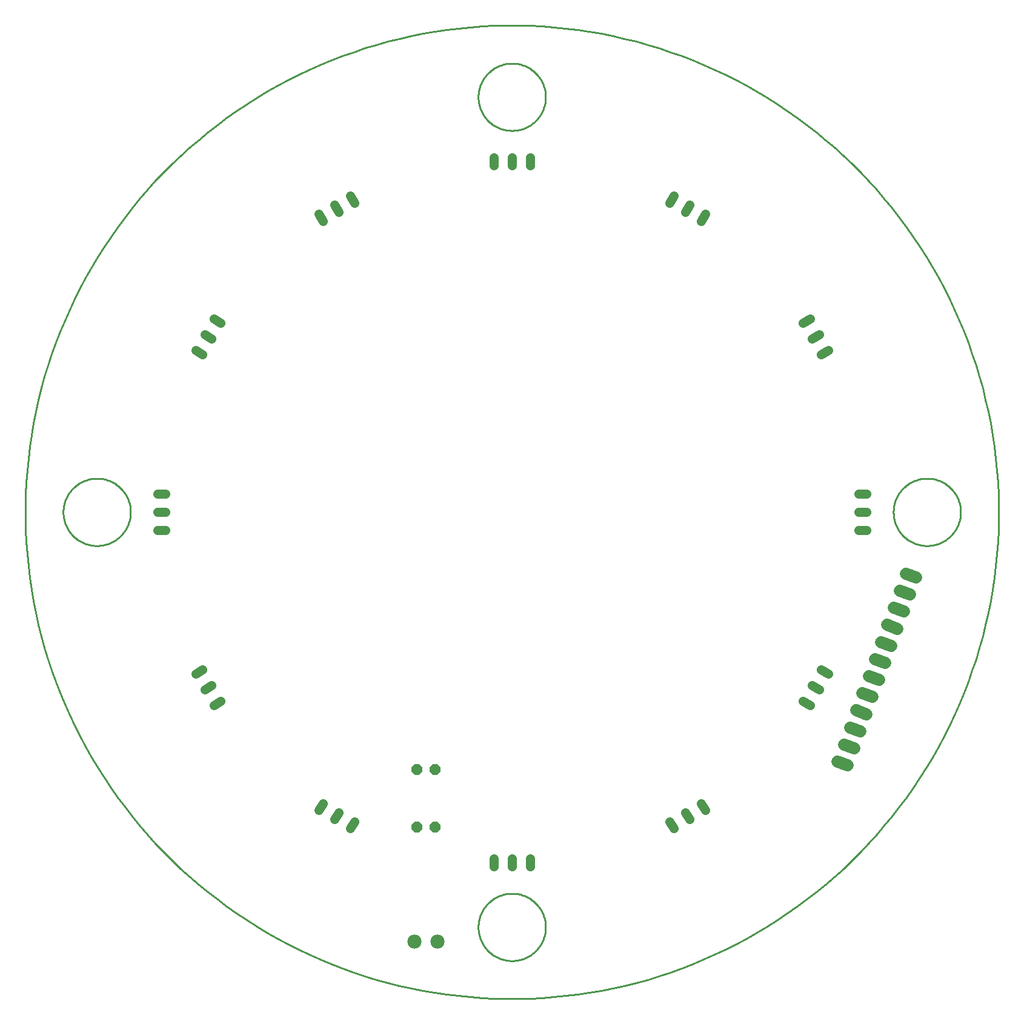
<source format=gbs>
G04 EAGLE Gerber RS-274X export*
G75*
%MOMM*%
%FSLAX34Y34*%
%LPD*%
%INSoldermask Bottom*%
%IPPOS*%
%AMOC8*
5,1,8,0,0,1.08239X$1,22.5*%
G01*
%ADD10P,1.649562X8X22.500000*%
%ADD11C,1.727200*%
%ADD12C,1.311200*%
%ADD13C,1.981200*%
%ADD14C,0.254000*%


D10*
X-132700Y-440000D03*
X-107300Y-440000D03*
X-132700Y-360000D03*
X-107300Y-360000D03*
D11*
X550620Y-86119D02*
X564941Y-91331D01*
X556253Y-115199D02*
X541932Y-109987D01*
X533245Y-133855D02*
X547566Y-139068D01*
X538879Y-162936D02*
X524558Y-157723D01*
X515871Y-181592D02*
X530191Y-186804D01*
X521504Y-210672D02*
X507183Y-205460D01*
X498496Y-229328D02*
X512817Y-234540D01*
X504129Y-258408D02*
X489809Y-253196D01*
X481121Y-277064D02*
X495442Y-282277D01*
X486755Y-306145D02*
X472434Y-300932D01*
X463747Y-324801D02*
X478068Y-330013D01*
X469380Y-353881D02*
X455059Y-348669D01*
D12*
X484460Y25400D02*
X495540Y25400D01*
X495540Y0D02*
X484460Y0D01*
X484460Y-25400D02*
X495540Y-25400D01*
X406854Y264227D02*
X416450Y269767D01*
X429150Y247770D02*
X419554Y242230D01*
X432254Y220233D02*
X441850Y225773D01*
X220233Y432254D02*
X225773Y441850D01*
X247770Y429150D02*
X242230Y419554D01*
X264227Y406854D02*
X269767Y416450D01*
X-25400Y484460D02*
X-25400Y495540D01*
X0Y495540D02*
X0Y484460D01*
X25400Y484460D02*
X25400Y495540D01*
X-264227Y406854D02*
X-269767Y416450D01*
X-247770Y429150D02*
X-242230Y419554D01*
X-220233Y432254D02*
X-225773Y441850D01*
X-432254Y220233D02*
X-441850Y225773D01*
X-429150Y247770D02*
X-419554Y242230D01*
X-406854Y264227D02*
X-416450Y269767D01*
X-484460Y-25400D02*
X-495540Y-25400D01*
X-495540Y0D02*
X-484460Y0D01*
X-484460Y25400D02*
X-495540Y25400D01*
X-406854Y-264227D02*
X-416450Y-269767D01*
X-429150Y-247770D02*
X-419554Y-242230D01*
X-432254Y-220233D02*
X-441850Y-225773D01*
X-220233Y-432254D02*
X-225773Y-441850D01*
X-247770Y-429150D02*
X-242230Y-419554D01*
X-264227Y-406854D02*
X-269767Y-416450D01*
X25400Y-484460D02*
X25400Y-495540D01*
X0Y-495540D02*
X0Y-484460D01*
X-25400Y-484460D02*
X-25400Y-495540D01*
X264227Y-406854D02*
X269767Y-416450D01*
X247770Y-429150D02*
X242230Y-419554D01*
X220233Y-432254D02*
X225773Y-441850D01*
X432254Y-220233D02*
X441850Y-225773D01*
X429150Y-247770D02*
X419554Y-242230D01*
X406854Y-264227D02*
X416450Y-269767D01*
D13*
X-104000Y-600000D03*
X-136000Y-600000D03*
D14*
X680000Y-8345D02*
X680000Y8345D01*
X679590Y25031D01*
X678771Y41701D01*
X677544Y58347D01*
X675908Y74957D01*
X673865Y91522D01*
X671416Y108032D01*
X668562Y124477D01*
X665306Y140846D01*
X661649Y157131D01*
X657594Y173322D01*
X653142Y189408D01*
X648297Y205380D01*
X643061Y221228D01*
X637439Y236943D01*
X631432Y252515D01*
X625044Y267935D01*
X618281Y283193D01*
X611145Y298282D01*
X603640Y313190D01*
X595773Y327910D01*
X587546Y342432D01*
X578965Y356748D01*
X570036Y370849D01*
X560763Y384727D01*
X551152Y398373D01*
X541210Y411779D01*
X530941Y424936D01*
X520353Y437838D01*
X509451Y450477D01*
X498242Y462844D01*
X486734Y474932D01*
X474932Y486734D01*
X462844Y498242D01*
X450477Y509451D01*
X437838Y520353D01*
X424936Y530941D01*
X411779Y541210D01*
X398373Y551152D01*
X384727Y560763D01*
X370849Y570036D01*
X356748Y578965D01*
X342432Y587546D01*
X327910Y595773D01*
X313190Y603640D01*
X298282Y611145D01*
X283193Y618281D01*
X267935Y625044D01*
X252515Y631432D01*
X236943Y637439D01*
X221228Y643061D01*
X205380Y648297D01*
X189408Y653142D01*
X173322Y657594D01*
X157131Y661649D01*
X140846Y665306D01*
X124477Y668562D01*
X108032Y671416D01*
X91522Y673865D01*
X74957Y675908D01*
X58347Y677544D01*
X41701Y678771D01*
X25031Y679590D01*
X8345Y680000D01*
X-8345Y680000D01*
X-25031Y679590D01*
X-41701Y678771D01*
X-58347Y677544D01*
X-74957Y675908D01*
X-91522Y673865D01*
X-108032Y671416D01*
X-124477Y668562D01*
X-140846Y665306D01*
X-157131Y661649D01*
X-173322Y657594D01*
X-189408Y653142D01*
X-205380Y648297D01*
X-221228Y643061D01*
X-236943Y637439D01*
X-252515Y631432D01*
X-267935Y625044D01*
X-283193Y618281D01*
X-298282Y611145D01*
X-313190Y603640D01*
X-327910Y595773D01*
X-342432Y587546D01*
X-356748Y578965D01*
X-370849Y570036D01*
X-384727Y560763D01*
X-398373Y551152D01*
X-411779Y541210D01*
X-424936Y530941D01*
X-437838Y520353D01*
X-450477Y509451D01*
X-462844Y498242D01*
X-474932Y486734D01*
X-486734Y474932D01*
X-498242Y462844D01*
X-509451Y450477D01*
X-520353Y437838D01*
X-530941Y424936D01*
X-541210Y411779D01*
X-551152Y398373D01*
X-560763Y384727D01*
X-570036Y370849D01*
X-578965Y356748D01*
X-587546Y342432D01*
X-595773Y327910D01*
X-603640Y313190D01*
X-611145Y298282D01*
X-618281Y283193D01*
X-625044Y267935D01*
X-631432Y252515D01*
X-637439Y236943D01*
X-643061Y221228D01*
X-648297Y205380D01*
X-653142Y189408D01*
X-657594Y173322D01*
X-661649Y157131D01*
X-665306Y140846D01*
X-668562Y124477D01*
X-671416Y108032D01*
X-673865Y91522D01*
X-675908Y74957D01*
X-677544Y58347D01*
X-678771Y41701D01*
X-679590Y25031D01*
X-680000Y8345D01*
X-680000Y-8345D01*
X-679590Y-25031D01*
X-678771Y-41701D01*
X-677544Y-58347D01*
X-675908Y-74957D01*
X-673865Y-91522D01*
X-671416Y-108032D01*
X-668562Y-124477D01*
X-665306Y-140846D01*
X-661649Y-157131D01*
X-657594Y-173322D01*
X-653142Y-189408D01*
X-648297Y-205380D01*
X-643061Y-221228D01*
X-637439Y-236943D01*
X-631432Y-252515D01*
X-625044Y-267935D01*
X-618281Y-283193D01*
X-611145Y-298282D01*
X-603640Y-313190D01*
X-595773Y-327910D01*
X-587546Y-342432D01*
X-578965Y-356748D01*
X-570036Y-370849D01*
X-560763Y-384727D01*
X-551152Y-398373D01*
X-541210Y-411779D01*
X-530941Y-424936D01*
X-520353Y-437838D01*
X-509451Y-450477D01*
X-498242Y-462844D01*
X-486734Y-474932D01*
X-474932Y-486734D01*
X-462844Y-498242D01*
X-450477Y-509451D01*
X-437838Y-520353D01*
X-424936Y-530941D01*
X-411779Y-541210D01*
X-398373Y-551152D01*
X-384727Y-560763D01*
X-370849Y-570036D01*
X-356748Y-578965D01*
X-342432Y-587546D01*
X-327910Y-595773D01*
X-313190Y-603640D01*
X-298282Y-611145D01*
X-283193Y-618281D01*
X-267935Y-625044D01*
X-252515Y-631432D01*
X-236943Y-637439D01*
X-221228Y-643061D01*
X-205380Y-648297D01*
X-189408Y-653142D01*
X-173322Y-657594D01*
X-157131Y-661649D01*
X-140846Y-665306D01*
X-124477Y-668562D01*
X-108032Y-671416D01*
X-91522Y-673865D01*
X-74957Y-675908D01*
X-58347Y-677544D01*
X-41701Y-678771D01*
X-25031Y-679590D01*
X-8345Y-680000D01*
X8345Y-680000D01*
X25031Y-679590D01*
X41701Y-678771D01*
X58347Y-677544D01*
X74957Y-675908D01*
X91522Y-673865D01*
X108032Y-671416D01*
X124477Y-668562D01*
X140846Y-665306D01*
X157131Y-661649D01*
X173322Y-657594D01*
X189408Y-653142D01*
X205380Y-648297D01*
X221228Y-643061D01*
X236943Y-637439D01*
X252515Y-631432D01*
X267935Y-625044D01*
X283193Y-618281D01*
X298282Y-611145D01*
X313190Y-603640D01*
X327910Y-595773D01*
X342432Y-587546D01*
X356748Y-578965D01*
X370849Y-570036D01*
X384727Y-560763D01*
X398373Y-551152D01*
X411779Y-541210D01*
X424936Y-530941D01*
X437838Y-520353D01*
X450477Y-509451D01*
X462844Y-498242D01*
X474932Y-486734D01*
X486734Y-474932D01*
X498242Y-462844D01*
X509451Y-450477D01*
X520353Y-437838D01*
X530941Y-424936D01*
X541210Y-411779D01*
X551152Y-398373D01*
X560763Y-384727D01*
X570036Y-370849D01*
X578965Y-356748D01*
X587546Y-342432D01*
X595773Y-327910D01*
X603640Y-313190D01*
X611145Y-298282D01*
X618281Y-283193D01*
X625044Y-267935D01*
X631432Y-252515D01*
X637439Y-236943D01*
X643061Y-221228D01*
X648297Y-205380D01*
X653142Y-189408D01*
X657594Y-173322D01*
X661649Y-157131D01*
X665306Y-140846D01*
X668562Y-124477D01*
X671416Y-108032D01*
X673865Y-91522D01*
X675908Y-74957D01*
X677544Y-58347D01*
X678771Y-41701D01*
X679590Y-25031D01*
X680000Y-8345D01*
X627000Y-923D02*
X627000Y923D01*
X626928Y2767D01*
X626783Y4608D01*
X626566Y6441D01*
X626277Y8264D01*
X625917Y10074D01*
X625486Y11869D01*
X624985Y13646D01*
X624414Y15402D01*
X623776Y17133D01*
X623069Y18839D01*
X622296Y20515D01*
X621458Y22160D01*
X620556Y23770D01*
X619592Y25344D01*
X618566Y26879D01*
X617481Y28373D01*
X616339Y29822D01*
X615140Y31226D01*
X613887Y32581D01*
X612581Y33887D01*
X611226Y35140D01*
X609822Y36339D01*
X608373Y37481D01*
X606879Y38566D01*
X605344Y39592D01*
X603770Y40556D01*
X602160Y41458D01*
X600515Y42296D01*
X598839Y43069D01*
X597133Y43776D01*
X595402Y44414D01*
X593646Y44985D01*
X591869Y45486D01*
X590074Y45917D01*
X588264Y46277D01*
X586441Y46566D01*
X584608Y46783D01*
X582767Y46928D01*
X580923Y47000D01*
X579077Y47000D01*
X577233Y46928D01*
X575392Y46783D01*
X573559Y46566D01*
X571736Y46277D01*
X569926Y45917D01*
X568131Y45486D01*
X566354Y44985D01*
X564598Y44414D01*
X562867Y43776D01*
X561161Y43069D01*
X559485Y42296D01*
X557840Y41458D01*
X556230Y40556D01*
X554656Y39592D01*
X553121Y38566D01*
X551627Y37481D01*
X550178Y36339D01*
X548774Y35140D01*
X547419Y33887D01*
X546113Y32581D01*
X544860Y31226D01*
X543662Y29822D01*
X542519Y28373D01*
X541434Y26879D01*
X540408Y25344D01*
X539444Y23770D01*
X538542Y22160D01*
X537704Y20515D01*
X536931Y18839D01*
X536224Y17133D01*
X535586Y15402D01*
X535015Y13646D01*
X534514Y11869D01*
X534083Y10074D01*
X533723Y8264D01*
X533434Y6441D01*
X533217Y4608D01*
X533072Y2767D01*
X533000Y923D01*
X533000Y-923D01*
X533072Y-2767D01*
X533217Y-4608D01*
X533434Y-6441D01*
X533723Y-8264D01*
X534083Y-10074D01*
X534514Y-11869D01*
X535015Y-13646D01*
X535586Y-15402D01*
X536224Y-17133D01*
X536931Y-18839D01*
X537704Y-20515D01*
X538542Y-22160D01*
X539444Y-23770D01*
X540408Y-25344D01*
X541434Y-26879D01*
X542519Y-28373D01*
X543662Y-29822D01*
X544860Y-31226D01*
X546113Y-32581D01*
X547419Y-33887D01*
X548774Y-35140D01*
X550178Y-36339D01*
X551627Y-37481D01*
X553121Y-38566D01*
X554656Y-39592D01*
X556230Y-40556D01*
X557840Y-41458D01*
X559485Y-42296D01*
X561161Y-43069D01*
X562867Y-43776D01*
X564598Y-44414D01*
X566354Y-44985D01*
X568131Y-45486D01*
X569926Y-45917D01*
X571736Y-46277D01*
X573559Y-46566D01*
X575392Y-46783D01*
X577233Y-46928D01*
X579077Y-47000D01*
X580923Y-47000D01*
X582767Y-46928D01*
X584608Y-46783D01*
X586441Y-46566D01*
X588264Y-46277D01*
X590074Y-45917D01*
X591869Y-45486D01*
X593646Y-44985D01*
X595402Y-44414D01*
X597133Y-43776D01*
X598839Y-43069D01*
X600515Y-42296D01*
X602160Y-41458D01*
X603770Y-40556D01*
X605344Y-39592D01*
X606879Y-38566D01*
X608373Y-37481D01*
X609822Y-36339D01*
X611226Y-35140D01*
X612581Y-33887D01*
X613887Y-32581D01*
X615140Y-31226D01*
X616339Y-29822D01*
X617481Y-28373D01*
X618566Y-26879D01*
X619592Y-25344D01*
X620556Y-23770D01*
X621458Y-22160D01*
X622296Y-20515D01*
X623069Y-18839D01*
X623776Y-17133D01*
X624414Y-15402D01*
X624985Y-13646D01*
X625486Y-11869D01*
X625917Y-10074D01*
X626277Y-8264D01*
X626566Y-6441D01*
X626783Y-4608D01*
X626928Y-2767D01*
X627000Y-923D01*
X47000Y579077D02*
X47000Y580923D01*
X46928Y582767D01*
X46783Y584608D01*
X46566Y586441D01*
X46277Y588264D01*
X45917Y590074D01*
X45486Y591869D01*
X44985Y593646D01*
X44414Y595402D01*
X43776Y597133D01*
X43069Y598839D01*
X42296Y600515D01*
X41458Y602160D01*
X40556Y603770D01*
X39592Y605344D01*
X38566Y606879D01*
X37481Y608373D01*
X36339Y609822D01*
X35140Y611226D01*
X33887Y612581D01*
X32581Y613887D01*
X31226Y615140D01*
X29822Y616339D01*
X28373Y617481D01*
X26879Y618566D01*
X25344Y619592D01*
X23770Y620556D01*
X22160Y621458D01*
X20515Y622296D01*
X18839Y623069D01*
X17133Y623776D01*
X15402Y624414D01*
X13646Y624985D01*
X11869Y625486D01*
X10074Y625917D01*
X8264Y626277D01*
X6441Y626566D01*
X4608Y626783D01*
X2767Y626928D01*
X923Y627000D01*
X-923Y627000D01*
X-2767Y626928D01*
X-4608Y626783D01*
X-6441Y626566D01*
X-8264Y626277D01*
X-10074Y625917D01*
X-11869Y625486D01*
X-13646Y624985D01*
X-15402Y624414D01*
X-17133Y623776D01*
X-18839Y623069D01*
X-20515Y622296D01*
X-22160Y621458D01*
X-23770Y620556D01*
X-25344Y619592D01*
X-26879Y618566D01*
X-28373Y617481D01*
X-29822Y616339D01*
X-31226Y615140D01*
X-32581Y613887D01*
X-33887Y612581D01*
X-35140Y611226D01*
X-36339Y609822D01*
X-37481Y608373D01*
X-38566Y606879D01*
X-39592Y605344D01*
X-40556Y603770D01*
X-41458Y602160D01*
X-42296Y600515D01*
X-43069Y598839D01*
X-43776Y597133D01*
X-44414Y595402D01*
X-44985Y593646D01*
X-45486Y591869D01*
X-45917Y590074D01*
X-46277Y588264D01*
X-46566Y586441D01*
X-46783Y584608D01*
X-46928Y582767D01*
X-47000Y580923D01*
X-47000Y579077D01*
X-46928Y577233D01*
X-46783Y575392D01*
X-46566Y573559D01*
X-46277Y571736D01*
X-45917Y569926D01*
X-45486Y568131D01*
X-44985Y566354D01*
X-44414Y564598D01*
X-43776Y562867D01*
X-43069Y561161D01*
X-42296Y559485D01*
X-41458Y557840D01*
X-40556Y556230D01*
X-39592Y554656D01*
X-38566Y553121D01*
X-37481Y551627D01*
X-36339Y550178D01*
X-35140Y548774D01*
X-33887Y547419D01*
X-32581Y546113D01*
X-31226Y544860D01*
X-29822Y543662D01*
X-28373Y542519D01*
X-26879Y541434D01*
X-25344Y540408D01*
X-23770Y539444D01*
X-22160Y538542D01*
X-20515Y537704D01*
X-18839Y536931D01*
X-17133Y536224D01*
X-15402Y535586D01*
X-13646Y535015D01*
X-11869Y534514D01*
X-10074Y534083D01*
X-8264Y533723D01*
X-6441Y533434D01*
X-4608Y533217D01*
X-2767Y533072D01*
X-923Y533000D01*
X923Y533000D01*
X2767Y533072D01*
X4608Y533217D01*
X6441Y533434D01*
X8264Y533723D01*
X10074Y534083D01*
X11869Y534514D01*
X13646Y535015D01*
X15402Y535586D01*
X17133Y536224D01*
X18839Y536931D01*
X20515Y537704D01*
X22160Y538542D01*
X23770Y539444D01*
X25344Y540408D01*
X26879Y541434D01*
X28373Y542519D01*
X29822Y543662D01*
X31226Y544860D01*
X32581Y546113D01*
X33887Y547419D01*
X35140Y548774D01*
X36339Y550178D01*
X37481Y551627D01*
X38566Y553121D01*
X39592Y554656D01*
X40556Y556230D01*
X41458Y557840D01*
X42296Y559485D01*
X43069Y561161D01*
X43776Y562867D01*
X44414Y564598D01*
X44985Y566354D01*
X45486Y568131D01*
X45917Y569926D01*
X46277Y571736D01*
X46566Y573559D01*
X46783Y575392D01*
X46928Y577233D01*
X47000Y579077D01*
X-533000Y-923D02*
X-533000Y923D01*
X-533072Y2767D01*
X-533217Y4608D01*
X-533434Y6441D01*
X-533723Y8264D01*
X-534083Y10074D01*
X-534514Y11869D01*
X-535015Y13646D01*
X-535586Y15402D01*
X-536224Y17133D01*
X-536931Y18839D01*
X-537704Y20515D01*
X-538542Y22160D01*
X-539444Y23770D01*
X-540408Y25344D01*
X-541434Y26879D01*
X-542519Y28373D01*
X-543662Y29822D01*
X-544860Y31226D01*
X-546113Y32581D01*
X-547419Y33887D01*
X-548774Y35140D01*
X-550178Y36339D01*
X-551627Y37481D01*
X-553121Y38566D01*
X-554656Y39592D01*
X-556230Y40556D01*
X-557840Y41458D01*
X-559485Y42296D01*
X-561161Y43069D01*
X-562867Y43776D01*
X-564598Y44414D01*
X-566354Y44985D01*
X-568131Y45486D01*
X-569926Y45917D01*
X-571736Y46277D01*
X-573559Y46566D01*
X-575392Y46783D01*
X-577233Y46928D01*
X-579077Y47000D01*
X-580923Y47000D01*
X-582767Y46928D01*
X-584608Y46783D01*
X-586441Y46566D01*
X-588264Y46277D01*
X-590074Y45917D01*
X-591869Y45486D01*
X-593646Y44985D01*
X-595402Y44414D01*
X-597133Y43776D01*
X-598839Y43069D01*
X-600515Y42296D01*
X-602160Y41458D01*
X-603770Y40556D01*
X-605344Y39592D01*
X-606879Y38566D01*
X-608373Y37481D01*
X-609822Y36339D01*
X-611226Y35140D01*
X-612581Y33887D01*
X-613887Y32581D01*
X-615140Y31226D01*
X-616339Y29822D01*
X-617481Y28373D01*
X-618566Y26879D01*
X-619592Y25344D01*
X-620556Y23770D01*
X-621458Y22160D01*
X-622296Y20515D01*
X-623069Y18839D01*
X-623776Y17133D01*
X-624414Y15402D01*
X-624985Y13646D01*
X-625486Y11869D01*
X-625917Y10074D01*
X-626277Y8264D01*
X-626566Y6441D01*
X-626783Y4608D01*
X-626928Y2767D01*
X-627000Y923D01*
X-627000Y-923D01*
X-626928Y-2767D01*
X-626783Y-4608D01*
X-626566Y-6441D01*
X-626277Y-8264D01*
X-625917Y-10074D01*
X-625486Y-11869D01*
X-624985Y-13646D01*
X-624414Y-15402D01*
X-623776Y-17133D01*
X-623069Y-18839D01*
X-622296Y-20515D01*
X-621458Y-22160D01*
X-620556Y-23770D01*
X-619592Y-25344D01*
X-618566Y-26879D01*
X-617481Y-28373D01*
X-616339Y-29822D01*
X-615140Y-31226D01*
X-613887Y-32581D01*
X-612581Y-33887D01*
X-611226Y-35140D01*
X-609822Y-36339D01*
X-608373Y-37481D01*
X-606879Y-38566D01*
X-605344Y-39592D01*
X-603770Y-40556D01*
X-602160Y-41458D01*
X-600515Y-42296D01*
X-598839Y-43069D01*
X-597133Y-43776D01*
X-595402Y-44414D01*
X-593646Y-44985D01*
X-591869Y-45486D01*
X-590074Y-45917D01*
X-588264Y-46277D01*
X-586441Y-46566D01*
X-584608Y-46783D01*
X-582767Y-46928D01*
X-580923Y-47000D01*
X-579077Y-47000D01*
X-577233Y-46928D01*
X-575392Y-46783D01*
X-573559Y-46566D01*
X-571736Y-46277D01*
X-569926Y-45917D01*
X-568131Y-45486D01*
X-566354Y-44985D01*
X-564598Y-44414D01*
X-562867Y-43776D01*
X-561161Y-43069D01*
X-559485Y-42296D01*
X-557840Y-41458D01*
X-556230Y-40556D01*
X-554656Y-39592D01*
X-553121Y-38566D01*
X-551627Y-37481D01*
X-550178Y-36339D01*
X-548774Y-35140D01*
X-547419Y-33887D01*
X-546113Y-32581D01*
X-544860Y-31226D01*
X-543662Y-29822D01*
X-542519Y-28373D01*
X-541434Y-26879D01*
X-540408Y-25344D01*
X-539444Y-23770D01*
X-538542Y-22160D01*
X-537704Y-20515D01*
X-536931Y-18839D01*
X-536224Y-17133D01*
X-535586Y-15402D01*
X-535015Y-13646D01*
X-534514Y-11869D01*
X-534083Y-10074D01*
X-533723Y-8264D01*
X-533434Y-6441D01*
X-533217Y-4608D01*
X-533072Y-2767D01*
X-533000Y-923D01*
X47000Y-580923D02*
X47000Y-579077D01*
X46928Y-577233D01*
X46783Y-575392D01*
X46566Y-573559D01*
X46277Y-571736D01*
X45917Y-569926D01*
X45486Y-568131D01*
X44985Y-566354D01*
X44414Y-564598D01*
X43776Y-562867D01*
X43069Y-561161D01*
X42296Y-559485D01*
X41458Y-557840D01*
X40556Y-556230D01*
X39592Y-554656D01*
X38566Y-553121D01*
X37481Y-551627D01*
X36339Y-550178D01*
X35140Y-548774D01*
X33887Y-547419D01*
X32581Y-546113D01*
X31226Y-544860D01*
X29822Y-543662D01*
X28373Y-542519D01*
X26879Y-541434D01*
X25344Y-540408D01*
X23770Y-539444D01*
X22160Y-538542D01*
X20515Y-537704D01*
X18839Y-536931D01*
X17133Y-536224D01*
X15402Y-535586D01*
X13646Y-535015D01*
X11869Y-534514D01*
X10074Y-534083D01*
X8264Y-533723D01*
X6441Y-533434D01*
X4608Y-533217D01*
X2767Y-533072D01*
X923Y-533000D01*
X-923Y-533000D01*
X-2767Y-533072D01*
X-4608Y-533217D01*
X-6441Y-533434D01*
X-8264Y-533723D01*
X-10074Y-534083D01*
X-11869Y-534514D01*
X-13646Y-535015D01*
X-15402Y-535586D01*
X-17133Y-536224D01*
X-18839Y-536931D01*
X-20515Y-537704D01*
X-22160Y-538542D01*
X-23770Y-539444D01*
X-25344Y-540408D01*
X-26879Y-541434D01*
X-28373Y-542519D01*
X-29822Y-543662D01*
X-31226Y-544860D01*
X-32581Y-546113D01*
X-33887Y-547419D01*
X-35140Y-548774D01*
X-36339Y-550178D01*
X-37481Y-551627D01*
X-38566Y-553121D01*
X-39592Y-554656D01*
X-40556Y-556230D01*
X-41458Y-557840D01*
X-42296Y-559485D01*
X-43069Y-561161D01*
X-43776Y-562867D01*
X-44414Y-564598D01*
X-44985Y-566354D01*
X-45486Y-568131D01*
X-45917Y-569926D01*
X-46277Y-571736D01*
X-46566Y-573559D01*
X-46783Y-575392D01*
X-46928Y-577233D01*
X-47000Y-579077D01*
X-47000Y-580923D01*
X-46928Y-582767D01*
X-46783Y-584608D01*
X-46566Y-586441D01*
X-46277Y-588264D01*
X-45917Y-590074D01*
X-45486Y-591869D01*
X-44985Y-593646D01*
X-44414Y-595402D01*
X-43776Y-597133D01*
X-43069Y-598839D01*
X-42296Y-600515D01*
X-41458Y-602160D01*
X-40556Y-603770D01*
X-39592Y-605344D01*
X-38566Y-606879D01*
X-37481Y-608373D01*
X-36339Y-609822D01*
X-35140Y-611226D01*
X-33887Y-612581D01*
X-32581Y-613887D01*
X-31226Y-615140D01*
X-29822Y-616339D01*
X-28373Y-617481D01*
X-26879Y-618566D01*
X-25344Y-619592D01*
X-23770Y-620556D01*
X-22160Y-621458D01*
X-20515Y-622296D01*
X-18839Y-623069D01*
X-17133Y-623776D01*
X-15402Y-624414D01*
X-13646Y-624985D01*
X-11869Y-625486D01*
X-10074Y-625917D01*
X-8264Y-626277D01*
X-6441Y-626566D01*
X-4608Y-626783D01*
X-2767Y-626928D01*
X-923Y-627000D01*
X923Y-627000D01*
X2767Y-626928D01*
X4608Y-626783D01*
X6441Y-626566D01*
X8264Y-626277D01*
X10074Y-625917D01*
X11869Y-625486D01*
X13646Y-624985D01*
X15402Y-624414D01*
X17133Y-623776D01*
X18839Y-623069D01*
X20515Y-622296D01*
X22160Y-621458D01*
X23770Y-620556D01*
X25344Y-619592D01*
X26879Y-618566D01*
X28373Y-617481D01*
X29822Y-616339D01*
X31226Y-615140D01*
X32581Y-613887D01*
X33887Y-612581D01*
X35140Y-611226D01*
X36339Y-609822D01*
X37481Y-608373D01*
X38566Y-606879D01*
X39592Y-605344D01*
X40556Y-603770D01*
X41458Y-602160D01*
X42296Y-600515D01*
X43069Y-598839D01*
X43776Y-597133D01*
X44414Y-595402D01*
X44985Y-593646D01*
X45486Y-591869D01*
X45917Y-590074D01*
X46277Y-588264D01*
X46566Y-586441D01*
X46783Y-584608D01*
X46928Y-582767D01*
X47000Y-580923D01*
M02*

</source>
